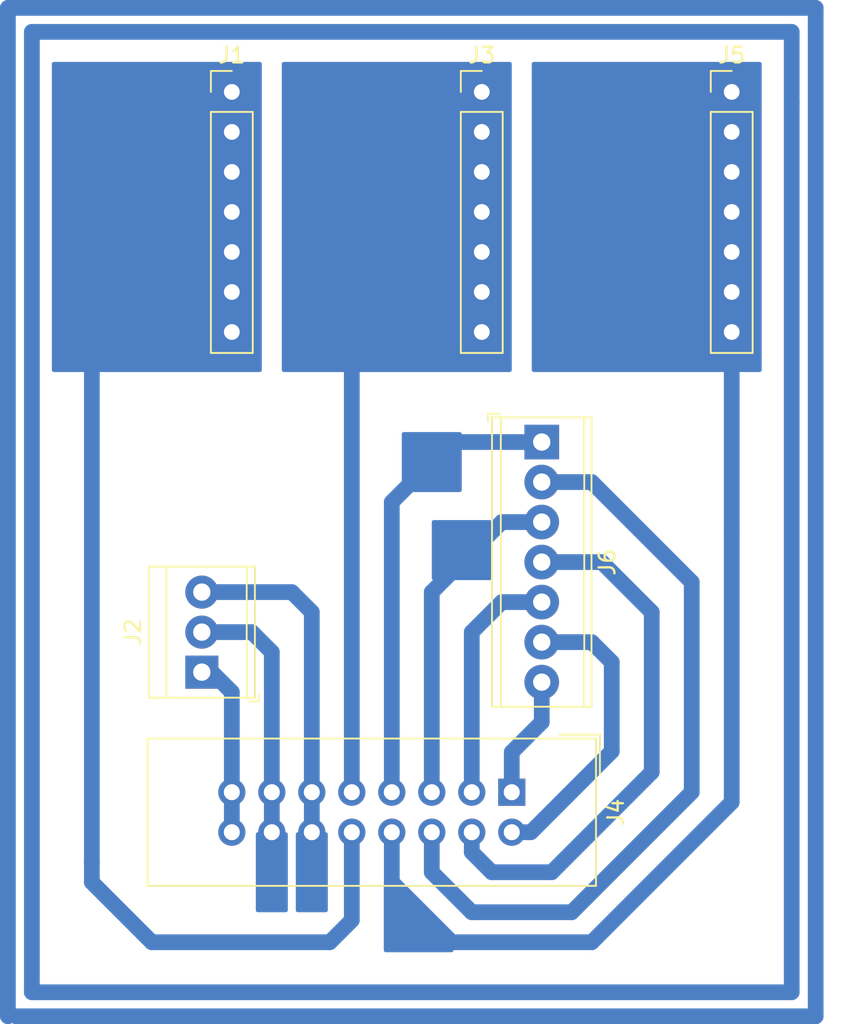
<source format=kicad_pcb>
(kicad_pcb (version 20171130) (host pcbnew 5.0.2+dfsg1-1)

  (general
    (thickness 1.6)
    (drawings 0)
    (tracks 68)
    (zones 0)
    (modules 6)
    (nets 14)
  )

  (page A4)
  (layers
    (0 F.Cu signal)
    (31 B.Cu signal)
    (32 B.Adhes user)
    (33 F.Adhes user)
    (34 B.Paste user)
    (35 F.Paste user)
    (36 B.SilkS user)
    (37 F.SilkS user)
    (38 B.Mask user)
    (39 F.Mask user)
    (40 Dwgs.User user)
    (41 Cmts.User user)
    (42 Eco1.User user)
    (43 Eco2.User user)
    (44 Edge.Cuts user)
    (45 Margin user)
    (46 B.CrtYd user)
    (47 F.CrtYd user)
    (48 B.Fab user)
    (49 F.Fab user)
  )

  (setup
    (last_trace_width 1)
    (trace_clearance 0.3)
    (zone_clearance 0.508)
    (zone_45_only no)
    (trace_min 0.2)
    (segment_width 0.2)
    (edge_width 0.15)
    (via_size 0.8)
    (via_drill 0.4)
    (via_min_size 0.4)
    (via_min_drill 0.3)
    (uvia_size 0.3)
    (uvia_drill 0.1)
    (uvias_allowed no)
    (uvia_min_size 0.2)
    (uvia_min_drill 0.1)
    (pcb_text_width 0.3)
    (pcb_text_size 1.5 1.5)
    (mod_edge_width 0.15)
    (mod_text_size 1 1)
    (mod_text_width 0.15)
    (pad_size 1.524 1.524)
    (pad_drill 0.762)
    (pad_to_mask_clearance 0.051)
    (solder_mask_min_width 0.25)
    (aux_axis_origin 0 0)
    (visible_elements FFFFFF7F)
    (pcbplotparams
      (layerselection 0x010fc_ffffffff)
      (usegerberextensions false)
      (usegerberattributes false)
      (usegerberadvancedattributes false)
      (creategerberjobfile false)
      (excludeedgelayer true)
      (linewidth 0.100000)
      (plotframeref false)
      (viasonmask false)
      (mode 1)
      (useauxorigin false)
      (hpglpennumber 1)
      (hpglpenspeed 20)
      (hpglpendiameter 15.000000)
      (psnegative false)
      (psa4output false)
      (plotreference true)
      (plotvalue true)
      (plotinvisibletext false)
      (padsonsilk false)
      (subtractmaskfromsilk false)
      (outputformat 1)
      (mirror false)
      (drillshape 1)
      (scaleselection 1)
      (outputdirectory ""))
  )

  (net 0 "")
  (net 1 "Net-(J1-Pad1)")
  (net 2 "Net-(J2-Pad1)")
  (net 3 "Net-(J2-Pad2)")
  (net 4 "Net-(J2-Pad3)")
  (net 5 "Net-(J3-Pad1)")
  (net 6 "Net-(J4-Pad1)")
  (net 7 "Net-(J4-Pad2)")
  (net 8 "Net-(J4-Pad3)")
  (net 9 "Net-(J4-Pad4)")
  (net 10 "Net-(J4-Pad5)")
  (net 11 "Net-(J4-Pad6)")
  (net 12 "Net-(J4-Pad7)")
  (net 13 "Net-(J4-Pad8)")

  (net_class Default "This is the default net class."
    (clearance 0.3)
    (trace_width 1)
    (via_dia 0.8)
    (via_drill 0.4)
    (uvia_dia 0.3)
    (uvia_drill 0.1)
    (add_net "Net-(J1-Pad1)")
    (add_net "Net-(J2-Pad1)")
    (add_net "Net-(J2-Pad2)")
    (add_net "Net-(J2-Pad3)")
    (add_net "Net-(J3-Pad1)")
    (add_net "Net-(J4-Pad1)")
    (add_net "Net-(J4-Pad2)")
    (add_net "Net-(J4-Pad3)")
    (add_net "Net-(J4-Pad4)")
    (add_net "Net-(J4-Pad5)")
    (add_net "Net-(J4-Pad6)")
    (add_net "Net-(J4-Pad7)")
    (add_net "Net-(J4-Pad8)")
  )

  (module Connector_PinHeader_2.54mm:PinHeader_1x07_P2.54mm_Vertical (layer F.Cu) (tedit 59FED5CC) (tstamp 5E712BD8)
    (at 78.74 39.37)
    (descr "Through hole straight pin header, 1x07, 2.54mm pitch, single row")
    (tags "Through hole pin header THT 1x07 2.54mm single row")
    (path /5E649F65)
    (fp_text reference J1 (at 0 -2.33) (layer F.SilkS)
      (effects (font (size 1 1) (thickness 0.15)))
    )
    (fp_text value Conn_01x07_Female (at 0 17.57) (layer F.Fab)
      (effects (font (size 1 1) (thickness 0.15)))
    )
    (fp_line (start -0.635 -1.27) (end 1.27 -1.27) (layer F.Fab) (width 0.1))
    (fp_line (start 1.27 -1.27) (end 1.27 16.51) (layer F.Fab) (width 0.1))
    (fp_line (start 1.27 16.51) (end -1.27 16.51) (layer F.Fab) (width 0.1))
    (fp_line (start -1.27 16.51) (end -1.27 -0.635) (layer F.Fab) (width 0.1))
    (fp_line (start -1.27 -0.635) (end -0.635 -1.27) (layer F.Fab) (width 0.1))
    (fp_line (start -1.33 16.57) (end 1.33 16.57) (layer F.SilkS) (width 0.12))
    (fp_line (start -1.33 1.27) (end -1.33 16.57) (layer F.SilkS) (width 0.12))
    (fp_line (start 1.33 1.27) (end 1.33 16.57) (layer F.SilkS) (width 0.12))
    (fp_line (start -1.33 1.27) (end 1.33 1.27) (layer F.SilkS) (width 0.12))
    (fp_line (start -1.33 0) (end -1.33 -1.33) (layer F.SilkS) (width 0.12))
    (fp_line (start -1.33 -1.33) (end 0 -1.33) (layer F.SilkS) (width 0.12))
    (fp_line (start -1.8 -1.8) (end -1.8 17.05) (layer F.CrtYd) (width 0.05))
    (fp_line (start -1.8 17.05) (end 1.8 17.05) (layer F.CrtYd) (width 0.05))
    (fp_line (start 1.8 17.05) (end 1.8 -1.8) (layer F.CrtYd) (width 0.05))
    (fp_line (start 1.8 -1.8) (end -1.8 -1.8) (layer F.CrtYd) (width 0.05))
    (fp_text user %R (at 0 7.62 -270) (layer F.Fab)
      (effects (font (size 1 1) (thickness 0.15)))
    )
    (pad 1 thru_hole rect (at 0 0) (size 1.7 1.7) (drill 1) (layers *.Cu *.Mask)
      (net 1 "Net-(J1-Pad1)"))
    (pad 2 thru_hole oval (at 0 2.54) (size 1.7 1.7) (drill 1) (layers *.Cu *.Mask)
      (net 1 "Net-(J1-Pad1)"))
    (pad 3 thru_hole oval (at 0 5.08) (size 1.7 1.7) (drill 1) (layers *.Cu *.Mask)
      (net 1 "Net-(J1-Pad1)"))
    (pad 4 thru_hole oval (at 0 7.62) (size 1.7 1.7) (drill 1) (layers *.Cu *.Mask)
      (net 1 "Net-(J1-Pad1)"))
    (pad 5 thru_hole oval (at 0 10.16) (size 1.7 1.7) (drill 1) (layers *.Cu *.Mask)
      (net 1 "Net-(J1-Pad1)"))
    (pad 6 thru_hole oval (at 0 12.7) (size 1.7 1.7) (drill 1) (layers *.Cu *.Mask)
      (net 1 "Net-(J1-Pad1)"))
    (pad 7 thru_hole oval (at 0 15.24) (size 1.7 1.7) (drill 1) (layers *.Cu *.Mask)
      (net 1 "Net-(J1-Pad1)"))
    (model ${KISYS3DMOD}/Connector_PinHeader_2.54mm.3dshapes/PinHeader_1x07_P2.54mm_Vertical.wrl
      (at (xyz 0 0 0))
      (scale (xyz 1 1 1))
      (rotate (xyz 0 0 0))
    )
  )

  (module Connector_PinHeader_2.54mm:PinHeader_1x07_P2.54mm_Vertical (layer F.Cu) (tedit 59FED5CC) (tstamp 5E656AB0)
    (at 94.615 39.37)
    (descr "Through hole straight pin header, 1x07, 2.54mm pitch, single row")
    (tags "Through hole pin header THT 1x07 2.54mm single row")
    (path /5E64A089)
    (fp_text reference J3 (at 0 -2.33) (layer F.SilkS)
      (effects (font (size 1 1) (thickness 0.15)))
    )
    (fp_text value Conn_01x07_Female (at 0 17.57) (layer F.Fab)
      (effects (font (size 1 1) (thickness 0.15)))
    )
    (fp_text user %R (at 0 7.62 -270) (layer F.Fab)
      (effects (font (size 1 1) (thickness 0.15)))
    )
    (fp_line (start 1.8 -1.8) (end -1.8 -1.8) (layer F.CrtYd) (width 0.05))
    (fp_line (start 1.8 17.05) (end 1.8 -1.8) (layer F.CrtYd) (width 0.05))
    (fp_line (start -1.8 17.05) (end 1.8 17.05) (layer F.CrtYd) (width 0.05))
    (fp_line (start -1.8 -1.8) (end -1.8 17.05) (layer F.CrtYd) (width 0.05))
    (fp_line (start -1.33 -1.33) (end 0 -1.33) (layer F.SilkS) (width 0.12))
    (fp_line (start -1.33 0) (end -1.33 -1.33) (layer F.SilkS) (width 0.12))
    (fp_line (start -1.33 1.27) (end 1.33 1.27) (layer F.SilkS) (width 0.12))
    (fp_line (start 1.33 1.27) (end 1.33 16.57) (layer F.SilkS) (width 0.12))
    (fp_line (start -1.33 1.27) (end -1.33 16.57) (layer F.SilkS) (width 0.12))
    (fp_line (start -1.33 16.57) (end 1.33 16.57) (layer F.SilkS) (width 0.12))
    (fp_line (start -1.27 -0.635) (end -0.635 -1.27) (layer F.Fab) (width 0.1))
    (fp_line (start -1.27 16.51) (end -1.27 -0.635) (layer F.Fab) (width 0.1))
    (fp_line (start 1.27 16.51) (end -1.27 16.51) (layer F.Fab) (width 0.1))
    (fp_line (start 1.27 -1.27) (end 1.27 16.51) (layer F.Fab) (width 0.1))
    (fp_line (start -0.635 -1.27) (end 1.27 -1.27) (layer F.Fab) (width 0.1))
    (pad 7 thru_hole oval (at 0 15.24) (size 1.7 1.7) (drill 1) (layers *.Cu *.Mask)
      (net 5 "Net-(J3-Pad1)"))
    (pad 6 thru_hole oval (at 0 12.7) (size 1.7 1.7) (drill 1) (layers *.Cu *.Mask)
      (net 5 "Net-(J3-Pad1)"))
    (pad 5 thru_hole oval (at 0 10.16) (size 1.7 1.7) (drill 1) (layers *.Cu *.Mask)
      (net 5 "Net-(J3-Pad1)"))
    (pad 4 thru_hole oval (at 0 7.62) (size 1.7 1.7) (drill 1) (layers *.Cu *.Mask)
      (net 5 "Net-(J3-Pad1)"))
    (pad 3 thru_hole oval (at 0 5.08) (size 1.7 1.7) (drill 1) (layers *.Cu *.Mask)
      (net 5 "Net-(J3-Pad1)"))
    (pad 2 thru_hole oval (at 0 2.54) (size 1.7 1.7) (drill 1) (layers *.Cu *.Mask)
      (net 5 "Net-(J3-Pad1)"))
    (pad 1 thru_hole rect (at 0 0) (size 1.7 1.7) (drill 1) (layers *.Cu *.Mask)
      (net 5 "Net-(J3-Pad1)"))
    (model ${KISYS3DMOD}/Connector_PinHeader_2.54mm.3dshapes/PinHeader_1x07_P2.54mm_Vertical.wrl
      (at (xyz 0 0 0))
      (scale (xyz 1 1 1))
      (rotate (xyz 0 0 0))
    )
  )

  (module Connector_IDC:IDC-Header_2x08_P2.54mm_Vertical (layer F.Cu) (tedit 59DE0341) (tstamp 5E712C4E)
    (at 96.52 83.82 270)
    (descr "Through hole straight IDC box header, 2x08, 2.54mm pitch, double rows")
    (tags "Through hole IDC box header THT 2x08 2.54mm double row")
    (path /5E649A99)
    (fp_text reference J4 (at 1.27 -6.604 270) (layer F.SilkS)
      (effects (font (size 1 1) (thickness 0.15)))
    )
    (fp_text value Conn_02x08_Odd_Even (at 1.27 24.384 270) (layer F.Fab)
      (effects (font (size 1 1) (thickness 0.15)))
    )
    (fp_text user %R (at 1.27 8.89 270) (layer F.Fab)
      (effects (font (size 1 1) (thickness 0.15)))
    )
    (fp_line (start 5.695 -5.1) (end 5.695 22.88) (layer F.Fab) (width 0.1))
    (fp_line (start 5.145 -4.56) (end 5.145 22.32) (layer F.Fab) (width 0.1))
    (fp_line (start -3.155 -5.1) (end -3.155 22.88) (layer F.Fab) (width 0.1))
    (fp_line (start -2.605 -4.56) (end -2.605 6.64) (layer F.Fab) (width 0.1))
    (fp_line (start -2.605 11.14) (end -2.605 22.32) (layer F.Fab) (width 0.1))
    (fp_line (start -2.605 6.64) (end -3.155 6.64) (layer F.Fab) (width 0.1))
    (fp_line (start -2.605 11.14) (end -3.155 11.14) (layer F.Fab) (width 0.1))
    (fp_line (start 5.695 -5.1) (end -3.155 -5.1) (layer F.Fab) (width 0.1))
    (fp_line (start 5.145 -4.56) (end -2.605 -4.56) (layer F.Fab) (width 0.1))
    (fp_line (start 5.695 22.88) (end -3.155 22.88) (layer F.Fab) (width 0.1))
    (fp_line (start 5.145 22.32) (end -2.605 22.32) (layer F.Fab) (width 0.1))
    (fp_line (start 5.695 -5.1) (end 5.145 -4.56) (layer F.Fab) (width 0.1))
    (fp_line (start 5.695 22.88) (end 5.145 22.32) (layer F.Fab) (width 0.1))
    (fp_line (start -3.155 -5.1) (end -2.605 -4.56) (layer F.Fab) (width 0.1))
    (fp_line (start -3.155 22.88) (end -2.605 22.32) (layer F.Fab) (width 0.1))
    (fp_line (start 5.95 -5.35) (end 5.95 23.13) (layer F.CrtYd) (width 0.05))
    (fp_line (start 5.95 23.13) (end -3.41 23.13) (layer F.CrtYd) (width 0.05))
    (fp_line (start -3.41 23.13) (end -3.41 -5.35) (layer F.CrtYd) (width 0.05))
    (fp_line (start -3.41 -5.35) (end 5.95 -5.35) (layer F.CrtYd) (width 0.05))
    (fp_line (start 5.945 -5.35) (end 5.945 23.13) (layer F.SilkS) (width 0.12))
    (fp_line (start 5.945 23.13) (end -3.405 23.13) (layer F.SilkS) (width 0.12))
    (fp_line (start -3.405 23.13) (end -3.405 -5.35) (layer F.SilkS) (width 0.12))
    (fp_line (start -3.405 -5.35) (end 5.945 -5.35) (layer F.SilkS) (width 0.12))
    (fp_line (start -3.655 -5.6) (end -3.655 -3.06) (layer F.SilkS) (width 0.12))
    (fp_line (start -3.655 -5.6) (end -1.115 -5.6) (layer F.SilkS) (width 0.12))
    (pad 1 thru_hole rect (at 0 0 270) (size 1.7272 1.7272) (drill 1.016) (layers *.Cu *.Mask)
      (net 6 "Net-(J4-Pad1)"))
    (pad 2 thru_hole oval (at 2.54 0 270) (size 1.7272 1.7272) (drill 1.016) (layers *.Cu *.Mask)
      (net 7 "Net-(J4-Pad2)"))
    (pad 3 thru_hole oval (at 0 2.54 270) (size 1.7272 1.7272) (drill 1.016) (layers *.Cu *.Mask)
      (net 8 "Net-(J4-Pad3)"))
    (pad 4 thru_hole oval (at 2.54 2.54 270) (size 1.7272 1.7272) (drill 1.016) (layers *.Cu *.Mask)
      (net 9 "Net-(J4-Pad4)"))
    (pad 5 thru_hole oval (at 0 5.08 270) (size 1.7272 1.7272) (drill 1.016) (layers *.Cu *.Mask)
      (net 10 "Net-(J4-Pad5)"))
    (pad 6 thru_hole oval (at 2.54 5.08 270) (size 1.7272 1.7272) (drill 1.016) (layers *.Cu *.Mask)
      (net 11 "Net-(J4-Pad6)"))
    (pad 7 thru_hole oval (at 0 7.62 270) (size 1.7272 1.7272) (drill 1.016) (layers *.Cu *.Mask)
      (net 12 "Net-(J4-Pad7)"))
    (pad 8 thru_hole oval (at 2.54 7.62 270) (size 1.7272 1.7272) (drill 1.016) (layers *.Cu *.Mask)
      (net 13 "Net-(J4-Pad8)"))
    (pad 9 thru_hole oval (at 0 10.16 270) (size 1.7272 1.7272) (drill 1.016) (layers *.Cu *.Mask)
      (net 5 "Net-(J3-Pad1)"))
    (pad 10 thru_hole oval (at 2.54 10.16 270) (size 1.7272 1.7272) (drill 1.016) (layers *.Cu *.Mask)
      (net 1 "Net-(J1-Pad1)"))
    (pad 11 thru_hole oval (at 0 12.7 270) (size 1.7272 1.7272) (drill 1.016) (layers *.Cu *.Mask)
      (net 4 "Net-(J2-Pad3)"))
    (pad 12 thru_hole oval (at 2.54 12.7 270) (size 1.7272 1.7272) (drill 1.016) (layers *.Cu *.Mask)
      (net 4 "Net-(J2-Pad3)"))
    (pad 13 thru_hole oval (at 0 15.24 270) (size 1.7272 1.7272) (drill 1.016) (layers *.Cu *.Mask)
      (net 3 "Net-(J2-Pad2)"))
    (pad 14 thru_hole oval (at 2.54 15.24 270) (size 1.7272 1.7272) (drill 1.016) (layers *.Cu *.Mask)
      (net 3 "Net-(J2-Pad2)"))
    (pad 15 thru_hole oval (at 0 17.78 270) (size 1.7272 1.7272) (drill 1.016) (layers *.Cu *.Mask)
      (net 2 "Net-(J2-Pad1)"))
    (pad 16 thru_hole oval (at 2.54 17.78 270) (size 1.7272 1.7272) (drill 1.016) (layers *.Cu *.Mask)
      (net 2 "Net-(J2-Pad1)"))
    (model ${KISYS3DMOD}/Connector_IDC.3dshapes/IDC-Header_2x08_P2.54mm_Vertical.wrl
      (at (xyz 0 0 0))
      (scale (xyz 1 1 1))
      (rotate (xyz 0 0 0))
    )
  )

  (module TerminalBlock_Phoenix:TerminalBlock_Phoenix_MPT-0,5-7-2.54_1x07_P2.54mm_Horizontal (layer F.Cu) (tedit 5B294F9A) (tstamp 5E656880)
    (at 98.425 61.595 270)
    (descr "Terminal Block Phoenix MPT-0,5-7-2.54, 7 pins, pitch 2.54mm, size 18.2x6.2mm^2, drill diamater 1.1mm, pad diameter 2.2mm, see http://www.mouser.com/ds/2/324/ItemDetail_1725672-916605.pdf, script-generated using https://github.com/pointhi/kicad-footprint-generator/scripts/TerminalBlock_Phoenix")
    (tags "THT Terminal Block Phoenix MPT-0,5-7-2.54 pitch 2.54mm size 18.2x6.2mm^2 drill 1.1mm pad 2.2mm")
    (path /5E658BD5)
    (fp_text reference J6 (at 7.62 -4.16 270) (layer F.SilkS)
      (effects (font (size 1 1) (thickness 0.15)))
    )
    (fp_text value Screw_Terminal_01x07 (at 7.62 4.16 270) (layer F.Fab)
      (effects (font (size 1 1) (thickness 0.15)))
    )
    (fp_circle (center 0 0) (end 1.1 0) (layer F.Fab) (width 0.1))
    (fp_circle (center 2.54 0) (end 3.64 0) (layer F.Fab) (width 0.1))
    (fp_circle (center 5.08 0) (end 6.18 0) (layer F.Fab) (width 0.1))
    (fp_circle (center 7.62 0) (end 8.72 0) (layer F.Fab) (width 0.1))
    (fp_circle (center 10.16 0) (end 11.26 0) (layer F.Fab) (width 0.1))
    (fp_circle (center 12.7 0) (end 13.8 0) (layer F.Fab) (width 0.1))
    (fp_circle (center 15.24 0) (end 16.34 0) (layer F.Fab) (width 0.1))
    (fp_line (start -1.5 -3.1) (end 16.74 -3.1) (layer F.Fab) (width 0.1))
    (fp_line (start 16.74 -3.1) (end 16.74 3.1) (layer F.Fab) (width 0.1))
    (fp_line (start 16.74 3.1) (end -1 3.1) (layer F.Fab) (width 0.1))
    (fp_line (start -1 3.1) (end -1.5 2.6) (layer F.Fab) (width 0.1))
    (fp_line (start -1.5 2.6) (end -1.5 -3.1) (layer F.Fab) (width 0.1))
    (fp_line (start -1.5 2.6) (end 16.74 2.6) (layer F.Fab) (width 0.1))
    (fp_line (start -1.56 2.6) (end 16.801 2.6) (layer F.SilkS) (width 0.12))
    (fp_line (start -1.5 -2.7) (end 16.74 -2.7) (layer F.Fab) (width 0.1))
    (fp_line (start -1.56 -2.7) (end 16.801 -2.7) (layer F.SilkS) (width 0.12))
    (fp_line (start -1.56 -3.16) (end 16.801 -3.16) (layer F.SilkS) (width 0.12))
    (fp_line (start -1.56 3.16) (end 16.801 3.16) (layer F.SilkS) (width 0.12))
    (fp_line (start -1.56 -3.16) (end -1.56 3.16) (layer F.SilkS) (width 0.12))
    (fp_line (start 16.801 -3.16) (end 16.801 3.16) (layer F.SilkS) (width 0.12))
    (fp_line (start 0.835 -0.7) (end -0.701 0.835) (layer F.Fab) (width 0.1))
    (fp_line (start 0.701 -0.835) (end -0.835 0.7) (layer F.Fab) (width 0.1))
    (fp_line (start 3.375 -0.7) (end 1.84 0.835) (layer F.Fab) (width 0.1))
    (fp_line (start 3.241 -0.835) (end 1.706 0.7) (layer F.Fab) (width 0.1))
    (fp_line (start 5.915 -0.7) (end 4.38 0.835) (layer F.Fab) (width 0.1))
    (fp_line (start 5.781 -0.835) (end 4.246 0.7) (layer F.Fab) (width 0.1))
    (fp_line (start 8.455 -0.7) (end 6.92 0.835) (layer F.Fab) (width 0.1))
    (fp_line (start 8.321 -0.835) (end 6.786 0.7) (layer F.Fab) (width 0.1))
    (fp_line (start 10.995 -0.7) (end 9.46 0.835) (layer F.Fab) (width 0.1))
    (fp_line (start 10.861 -0.835) (end 9.326 0.7) (layer F.Fab) (width 0.1))
    (fp_line (start 13.535 -0.7) (end 12 0.835) (layer F.Fab) (width 0.1))
    (fp_line (start 13.401 -0.835) (end 11.866 0.7) (layer F.Fab) (width 0.1))
    (fp_line (start 16.075 -0.7) (end 14.54 0.835) (layer F.Fab) (width 0.1))
    (fp_line (start 15.941 -0.835) (end 14.406 0.7) (layer F.Fab) (width 0.1))
    (fp_line (start -1.8 2.66) (end -1.8 3.4) (layer F.SilkS) (width 0.12))
    (fp_line (start -1.8 3.4) (end -1.3 3.4) (layer F.SilkS) (width 0.12))
    (fp_line (start -2 -3.6) (end -2 3.6) (layer F.CrtYd) (width 0.05))
    (fp_line (start -2 3.6) (end 17.25 3.6) (layer F.CrtYd) (width 0.05))
    (fp_line (start 17.25 3.6) (end 17.25 -3.6) (layer F.CrtYd) (width 0.05))
    (fp_line (start 17.25 -3.6) (end -2 -3.6) (layer F.CrtYd) (width 0.05))
    (fp_text user %R (at 7.62 2 270) (layer F.Fab)
      (effects (font (size 1 1) (thickness 0.15)))
    )
    (pad 1 thru_hole rect (at 0 0 270) (size 2.2 2.2) (drill 1.1) (layers *.Cu *.Mask)
      (net 12 "Net-(J4-Pad7)"))
    (pad 2 thru_hole circle (at 2.54 0 270) (size 2.2 2.2) (drill 1.1) (layers *.Cu *.Mask)
      (net 11 "Net-(J4-Pad6)"))
    (pad 3 thru_hole circle (at 5.08 0 270) (size 2.2 2.2) (drill 1.1) (layers *.Cu *.Mask)
      (net 10 "Net-(J4-Pad5)"))
    (pad 4 thru_hole circle (at 7.62 0 270) (size 2.2 2.2) (drill 1.1) (layers *.Cu *.Mask)
      (net 9 "Net-(J4-Pad4)"))
    (pad 5 thru_hole circle (at 10.16 0 270) (size 2.2 2.2) (drill 1.1) (layers *.Cu *.Mask)
      (net 8 "Net-(J4-Pad3)"))
    (pad 6 thru_hole circle (at 12.7 0 270) (size 2.2 2.2) (drill 1.1) (layers *.Cu *.Mask)
      (net 7 "Net-(J4-Pad2)"))
    (pad 7 thru_hole circle (at 15.24 0 270) (size 2.2 2.2) (drill 1.1) (layers *.Cu *.Mask)
      (net 6 "Net-(J4-Pad1)"))
    (model ${KISYS3DMOD}/TerminalBlock_Phoenix.3dshapes/TerminalBlock_Phoenix_MPT-0,5-7-2.54_1x07_P2.54mm_Horizontal.wrl
      (at (xyz 0 0 0))
      (scale (xyz 1 1 1))
      (rotate (xyz 0 0 0))
    )
  )

  (module Connector_PinHeader_2.54mm:PinHeader_1x07_P2.54mm_Vertical (layer F.Cu) (tedit 59FED5CC) (tstamp 5E65426C)
    (at 110.49 39.37)
    (descr "Through hole straight pin header, 1x07, 2.54mm pitch, single row")
    (tags "Through hole pin header THT 1x07 2.54mm single row")
    (path /5E64A115)
    (fp_text reference J5 (at 0 -2.33) (layer F.SilkS)
      (effects (font (size 1 1) (thickness 0.15)))
    )
    (fp_text value Conn_01x07_Female (at 0 17.57) (layer F.Fab)
      (effects (font (size 1 1) (thickness 0.15)))
    )
    (fp_line (start -0.635 -1.27) (end 1.27 -1.27) (layer F.Fab) (width 0.1))
    (fp_line (start 1.27 -1.27) (end 1.27 16.51) (layer F.Fab) (width 0.1))
    (fp_line (start 1.27 16.51) (end -1.27 16.51) (layer F.Fab) (width 0.1))
    (fp_line (start -1.27 16.51) (end -1.27 -0.635) (layer F.Fab) (width 0.1))
    (fp_line (start -1.27 -0.635) (end -0.635 -1.27) (layer F.Fab) (width 0.1))
    (fp_line (start -1.33 16.57) (end 1.33 16.57) (layer F.SilkS) (width 0.12))
    (fp_line (start -1.33 1.27) (end -1.33 16.57) (layer F.SilkS) (width 0.12))
    (fp_line (start 1.33 1.27) (end 1.33 16.57) (layer F.SilkS) (width 0.12))
    (fp_line (start -1.33 1.27) (end 1.33 1.27) (layer F.SilkS) (width 0.12))
    (fp_line (start -1.33 0) (end -1.33 -1.33) (layer F.SilkS) (width 0.12))
    (fp_line (start -1.33 -1.33) (end 0 -1.33) (layer F.SilkS) (width 0.12))
    (fp_line (start -1.8 -1.8) (end -1.8 17.05) (layer F.CrtYd) (width 0.05))
    (fp_line (start -1.8 17.05) (end 1.8 17.05) (layer F.CrtYd) (width 0.05))
    (fp_line (start 1.8 17.05) (end 1.8 -1.8) (layer F.CrtYd) (width 0.05))
    (fp_line (start 1.8 -1.8) (end -1.8 -1.8) (layer F.CrtYd) (width 0.05))
    (fp_text user %R (at 0 7.62 -270) (layer F.Fab)
      (effects (font (size 1 1) (thickness 0.15)))
    )
    (pad 1 thru_hole rect (at 0 0) (size 1.7 1.7) (drill 1) (layers *.Cu *.Mask)
      (net 13 "Net-(J4-Pad8)"))
    (pad 2 thru_hole oval (at 0 2.54) (size 1.7 1.7) (drill 1) (layers *.Cu *.Mask)
      (net 13 "Net-(J4-Pad8)"))
    (pad 3 thru_hole oval (at 0 5.08) (size 1.7 1.7) (drill 1) (layers *.Cu *.Mask)
      (net 13 "Net-(J4-Pad8)"))
    (pad 4 thru_hole oval (at 0 7.62) (size 1.7 1.7) (drill 1) (layers *.Cu *.Mask)
      (net 13 "Net-(J4-Pad8)"))
    (pad 5 thru_hole oval (at 0 10.16) (size 1.7 1.7) (drill 1) (layers *.Cu *.Mask)
      (net 13 "Net-(J4-Pad8)"))
    (pad 6 thru_hole oval (at 0 12.7) (size 1.7 1.7) (drill 1) (layers *.Cu *.Mask)
      (net 13 "Net-(J4-Pad8)"))
    (pad 7 thru_hole oval (at 0 15.24) (size 1.7 1.7) (drill 1) (layers *.Cu *.Mask)
      (net 13 "Net-(J4-Pad8)"))
    (model ${KISYS3DMOD}/Connector_PinHeader_2.54mm.3dshapes/PinHeader_1x07_P2.54mm_Vertical.wrl
      (at (xyz 0 0 0))
      (scale (xyz 1 1 1))
      (rotate (xyz 0 0 0))
    )
  )

  (module TerminalBlock_TE-Connectivity:TerminalBlock_TE_282834-3_1x03_P2.54mm_Horizontal (layer F.Cu) (tedit 5B1EC513) (tstamp 5E7135F7)
    (at 76.835 76.2 90)
    (descr "Terminal Block TE 282834-3, 3 pins, pitch 2.54mm, size 8.08x6.5mm^2, drill diamater 1.1mm, pad diameter 2.1mm, see http://www.te.com/commerce/DocumentDelivery/DDEController?Action=showdoc&DocId=Customer+Drawing%7F282834%7FC1%7Fpdf%7FEnglish%7FENG_CD_282834_C1.pdf, script-generated using https://github.com/pointhi/kicad-footprint-generator/scripts/TerminalBlock_TE-Connectivity")
    (tags "THT Terminal Block TE 282834-3 pitch 2.54mm size 8.08x6.5mm^2 drill 1.1mm pad 2.1mm")
    (path /5E649B8C)
    (fp_text reference J2 (at 2.54 -4.37 90) (layer F.SilkS)
      (effects (font (size 1 1) (thickness 0.15)))
    )
    (fp_text value Screw_Terminal_01x03 (at 2.54 4.37 90) (layer F.Fab)
      (effects (font (size 1 1) (thickness 0.15)))
    )
    (fp_circle (center 0 0) (end 1.1 0) (layer F.Fab) (width 0.1))
    (fp_circle (center 2.54 0) (end 3.64 0) (layer F.Fab) (width 0.1))
    (fp_circle (center 5.08 0) (end 6.18 0) (layer F.Fab) (width 0.1))
    (fp_line (start -1.5 -3.25) (end 6.58 -3.25) (layer F.Fab) (width 0.1))
    (fp_line (start 6.58 -3.25) (end 6.58 3.25) (layer F.Fab) (width 0.1))
    (fp_line (start 6.58 3.25) (end -1.1 3.25) (layer F.Fab) (width 0.1))
    (fp_line (start -1.1 3.25) (end -1.5 2.85) (layer F.Fab) (width 0.1))
    (fp_line (start -1.5 2.85) (end -1.5 -3.25) (layer F.Fab) (width 0.1))
    (fp_line (start -1.5 2.85) (end 6.58 2.85) (layer F.Fab) (width 0.1))
    (fp_line (start -1.62 2.85) (end 6.7 2.85) (layer F.SilkS) (width 0.12))
    (fp_line (start -1.5 -2.25) (end 6.58 -2.25) (layer F.Fab) (width 0.1))
    (fp_line (start -1.62 -2.25) (end 6.7 -2.25) (layer F.SilkS) (width 0.12))
    (fp_line (start -1.62 -3.37) (end 6.7 -3.37) (layer F.SilkS) (width 0.12))
    (fp_line (start -1.62 3.37) (end 6.7 3.37) (layer F.SilkS) (width 0.12))
    (fp_line (start -1.62 -3.37) (end -1.62 3.37) (layer F.SilkS) (width 0.12))
    (fp_line (start 6.7 -3.37) (end 6.7 3.37) (layer F.SilkS) (width 0.12))
    (fp_line (start 0.835 -0.7) (end -0.701 0.835) (layer F.Fab) (width 0.1))
    (fp_line (start 0.701 -0.835) (end -0.835 0.7) (layer F.Fab) (width 0.1))
    (fp_line (start 3.375 -0.7) (end 1.84 0.835) (layer F.Fab) (width 0.1))
    (fp_line (start 3.241 -0.835) (end 1.706 0.7) (layer F.Fab) (width 0.1))
    (fp_line (start 5.915 -0.7) (end 4.38 0.835) (layer F.Fab) (width 0.1))
    (fp_line (start 5.781 -0.835) (end 4.246 0.7) (layer F.Fab) (width 0.1))
    (fp_line (start -1.86 2.97) (end -1.86 3.61) (layer F.SilkS) (width 0.12))
    (fp_line (start -1.86 3.61) (end -1.46 3.61) (layer F.SilkS) (width 0.12))
    (fp_line (start -2 -3.75) (end -2 3.75) (layer F.CrtYd) (width 0.05))
    (fp_line (start -2 3.75) (end 7.08 3.75) (layer F.CrtYd) (width 0.05))
    (fp_line (start 7.08 3.75) (end 7.08 -3.75) (layer F.CrtYd) (width 0.05))
    (fp_line (start 7.08 -3.75) (end -2 -3.75) (layer F.CrtYd) (width 0.05))
    (fp_text user %R (at 2.54 2 90) (layer F.Fab)
      (effects (font (size 1 1) (thickness 0.15)))
    )
    (pad 1 thru_hole rect (at 0 0 90) (size 2.1 2.1) (drill 1.1) (layers *.Cu *.Mask)
      (net 2 "Net-(J2-Pad1)"))
    (pad 2 thru_hole circle (at 2.54 0 90) (size 2.1 2.1) (drill 1.1) (layers *.Cu *.Mask)
      (net 3 "Net-(J2-Pad2)"))
    (pad 3 thru_hole circle (at 5.08 0 90) (size 2.1 2.1) (drill 1.1) (layers *.Cu *.Mask)
      (net 4 "Net-(J2-Pad3)"))
    (model ${KISYS3DMOD}/TerminalBlock_TE-Connectivity.3dshapes/TerminalBlock_TE_282834-3_1x03_P2.54mm_Horizontal.wrl
      (at (xyz 0 0 0))
      (scale (xyz 1 1 1))
      (rotate (xyz 0 0 0))
    )
  )

  (segment (start 66.04 96.52) (end 114.3 96.52) (width 1) (layer B.Cu) (net 0))
  (segment (start 114.3 96.52) (end 114.3 40.039998) (width 1) (layer B.Cu) (net 0))
  (segment (start 66.04 96.52) (end 66.04 35.56) (width 1) (layer B.Cu) (net 0))
  (segment (start 66.04 35.56) (end 114.3 35.56) (width 1) (layer B.Cu) (net 0))
  (segment (start 114.3 40.039998) (end 114.3 35.56) (width 1) (layer B.Cu) (net 0))
  (segment (start 115.824 34.036) (end 115.824 98.044) (width 1) (layer B.Cu) (net 0))
  (segment (start 64.516 34.036) (end 115.824 34.036) (width 1) (layer B.Cu) (net 0))
  (segment (start 115.824 98.044) (end 65.024 98.044) (width 1) (layer B.Cu) (net 0))
  (segment (start 64.516 34.036) (end 64.516 98.044) (width 1) (layer B.Cu) (net 0))
  (segment (start 86.36 91.948) (end 84.963 93.345) (width 1) (layer B.Cu) (net 1))
  (segment (start 69.85 89.535) (end 69.85 88.265) (width 1) (layer B.Cu) (net 1))
  (segment (start 69.85 88.265) (end 69.85 56.515) (width 1) (layer B.Cu) (net 1))
  (segment (start 73.66 93.345) (end 69.85 89.535) (width 1) (layer B.Cu) (net 1))
  (segment (start 86.36 86.36) (end 86.36 91.948) (width 1) (layer B.Cu) (net 1))
  (segment (start 84.963 93.345) (end 73.66 93.345) (width 1) (layer B.Cu) (net 1))
  (segment (start 78.74 86.36) (end 78.74 77.47) (width 1) (layer B.Cu) (net 2))
  (segment (start 77.47 76.2) (end 76.835 76.2) (width 1) (layer B.Cu) (net 2))
  (segment (start 78.74 77.47) (end 77.47 76.2) (width 1) (layer B.Cu) (net 2))
  (segment (start 76.835 73.66) (end 80.01 73.66) (width 1) (layer B.Cu) (net 3))
  (segment (start 80.01 73.66) (end 81.28 74.93) (width 1) (layer B.Cu) (net 3))
  (segment (start 81.28 74.93) (end 81.28 86.36) (width 1) (layer B.Cu) (net 3))
  (segment (start 81.28 86.36) (end 81.28 88.392) (width 1) (layer B.Cu) (net 3))
  (segment (start 83.82 86.36) (end 83.82 72.39) (width 1) (layer B.Cu) (net 4))
  (segment (start 82.55 71.12) (end 76.835 71.12) (width 1) (layer B.Cu) (net 4))
  (segment (start 83.82 72.39) (end 82.55 71.12) (width 1) (layer B.Cu) (net 4))
  (segment (start 83.82 86.36) (end 83.82 87.884) (width 1) (layer B.Cu) (net 4))
  (segment (start 86.36 83.82) (end 86.36 56.515) (width 1) (layer B.Cu) (net 5))
  (segment (start 96.52 83.82) (end 96.52 81.28) (width 1) (layer B.Cu) (net 6))
  (segment (start 98.425 79.375) (end 98.425 76.835) (width 1) (layer B.Cu) (net 6))
  (segment (start 96.52 81.28) (end 98.425 79.375) (width 1) (layer B.Cu) (net 6))
  (segment (start 96.52 86.36) (end 97.741314 86.36) (width 1) (layer B.Cu) (net 7))
  (segment (start 97.741314 86.36) (end 102.87 81.231314) (width 1) (layer B.Cu) (net 7))
  (segment (start 102.87 81.231314) (end 102.87 75.565) (width 1) (layer B.Cu) (net 7))
  (segment (start 101.6 74.295) (end 98.425 74.295) (width 1) (layer B.Cu) (net 7))
  (segment (start 102.87 75.565) (end 101.6 74.295) (width 1) (layer B.Cu) (net 7))
  (segment (start 95.885 71.755) (end 98.425 71.755) (width 1) (layer B.Cu) (net 8))
  (segment (start 93.98 83.82) (end 93.98 73.66) (width 1) (layer B.Cu) (net 8))
  (segment (start 93.98 73.66) (end 95.885 71.755) (width 1) (layer B.Cu) (net 8))
  (segment (start 95.25 88.9) (end 93.98 87.63) (width 1) (layer B.Cu) (net 9))
  (segment (start 93.98 87.63) (end 93.98 86.36) (width 1) (layer B.Cu) (net 9))
  (segment (start 99.06 88.9) (end 95.25 88.9) (width 1) (layer B.Cu) (net 9))
  (segment (start 105.41 82.55) (end 99.06 88.9) (width 1) (layer B.Cu) (net 9))
  (segment (start 105.41 82.55) (end 105.41 72.39) (width 1) (layer B.Cu) (net 9))
  (segment (start 102.235 69.215) (end 98.425 69.215) (width 1) (layer B.Cu) (net 9))
  (segment (start 105.41 72.39) (end 102.235 69.215) (width 1) (layer B.Cu) (net 9))
  (segment (start 91.44 83.82) (end 91.44 71.12) (width 1) (layer B.Cu) (net 10))
  (segment (start 95.885 66.675) (end 98.425 66.675) (width 1) (layer B.Cu) (net 10))
  (segment (start 93.472 69.088) (end 92.964 68.58) (width 1) (layer B.Cu) (net 10))
  (segment (start 93.472 69.088) (end 95.885 66.675) (width 1) (layer B.Cu) (net 10))
  (segment (start 91.44 71.12) (end 93.472 69.088) (width 1) (layer B.Cu) (net 10))
  (segment (start 101.6 64.135) (end 98.425 64.135) (width 1) (layer B.Cu) (net 11))
  (segment (start 107.95 70.485) (end 101.6 64.135) (width 1) (layer B.Cu) (net 11))
  (segment (start 91.44 88.9) (end 93.98 91.44) (width 1) (layer B.Cu) (net 11))
  (segment (start 91.44 86.36) (end 91.44 88.9) (width 1) (layer B.Cu) (net 11))
  (segment (start 107.95 83.82) (end 107.95 70.485) (width 1) (layer B.Cu) (net 11))
  (segment (start 93.98 91.44) (end 100.33 91.44) (width 1) (layer B.Cu) (net 11))
  (segment (start 100.33 91.44) (end 107.95 83.82) (width 1) (layer B.Cu) (net 11))
  (segment (start 88.9 83.82) (end 88.9 65.405) (width 1) (layer B.Cu) (net 12))
  (segment (start 92.71 61.595) (end 98.425 61.595) (width 1) (layer B.Cu) (net 12))
  (segment (start 88.9 65.405) (end 92.71 61.595) (width 1) (layer B.Cu) (net 12))
  (segment (start 88.9 86.36) (end 88.9 89.535) (width 1) (layer B.Cu) (net 13))
  (segment (start 92.71 93.345) (end 101.6 93.345) (width 1) (layer B.Cu) (net 13))
  (segment (start 101.6 93.345) (end 110.49 84.455) (width 1) (layer B.Cu) (net 13))
  (segment (start 110.49 84.455) (end 110.49 67.31) (width 1) (layer B.Cu) (net 13))
  (segment (start 110.49 67.31) (end 110.49 54.61) (width 1) (layer B.Cu) (net 13))
  (segment (start 110.49 54.61) (end 110.49 39.37) (width 1) (layer B.Cu) (net 13))
  (segment (start 90.424 91.059) (end 92.71 93.345) (width 1) (layer B.Cu) (net 13))
  (segment (start 88.9 89.535) (end 90.424 91.059) (width 1) (layer B.Cu) (net 13))

  (zone (net 13) (net_name "Net-(J4-Pad8)") (layer B.Cu) (tstamp 5E656C65) (hatch edge 0.508)
    (connect_pads yes (clearance 0.508))
    (min_thickness 0.254)
    (fill yes (arc_segments 16) (thermal_gap 0.508) (thermal_bridge_width 0.508))
    (polygon
      (pts
        (xy 112.395 57.15) (xy 112.395 37.465) (xy 97.79 37.465) (xy 97.79 57.15)
      )
    )
    (filled_polygon
      (pts
        (xy 112.268 57.023) (xy 97.917 57.023) (xy 97.917 37.592) (xy 112.268 37.592)
      )
    )
  )
  (zone (net 1) (net_name "Net-(J1-Pad1)") (layer B.Cu) (tstamp 5E656C62) (hatch edge 0.508)
    (connect_pads yes (clearance 0.508))
    (min_thickness 0.254)
    (fill yes (arc_segments 16) (thermal_gap 0.508) (thermal_bridge_width 0.508))
    (polygon
      (pts
        (xy 80.645 37.465) (xy 80.645 57.15) (xy 67.31 57.15) (xy 67.31 37.465)
      )
    )
    (filled_polygon
      (pts
        (xy 80.518 57.023) (xy 67.437 57.023) (xy 67.437 37.592) (xy 80.518 37.592)
      )
    )
  )
  (zone (net 5) (net_name "Net-(J3-Pad1)") (layer B.Cu) (tstamp 5E656C5F) (hatch edge 0.508)
    (connect_pads yes (clearance 0.508))
    (min_thickness 0.254)
    (fill yes (arc_segments 16) (thermal_gap 0.508) (thermal_bridge_width 0.508))
    (polygon
      (pts
        (xy 96.52 57.15) (xy 96.52 37.465) (xy 81.915 37.465) (xy 81.915 57.15)
      )
    )
    (filled_polygon
      (pts
        (xy 96.393 57.023) (xy 82.042 57.023) (xy 82.042 37.592) (xy 96.393 37.592)
      )
    )
  )
  (zone (net 12) (net_name "Net-(J4-Pad7)") (layer B.Cu) (tstamp 0) (hatch edge 0.508)
    (connect_pads (clearance 0.508))
    (min_thickness 0.254)
    (fill yes (arc_segments 16) (thermal_gap 0.508) (thermal_bridge_width 0.508))
    (polygon
      (pts
        (xy 89.535 60.96) (xy 93.345 60.96) (xy 93.345 64.77) (xy 89.535 64.77)
      )
    )
    (filled_polygon
      (pts
        (xy 93.218 64.643) (xy 89.662 64.643) (xy 89.662 61.087) (xy 93.218 61.087)
      )
    )
  )
  (zone (net 10) (net_name "Net-(J4-Pad5)") (layer B.Cu) (tstamp 0) (hatch edge 0.508)
    (connect_pads (clearance 0.508))
    (min_thickness 0.254)
    (fill yes (arc_segments 16) (thermal_gap 0.508) (thermal_bridge_width 0.508))
    (polygon
      (pts
        (xy 91.44 66.548) (xy 95.25 66.548) (xy 95.25 70.358) (xy 91.44 70.358)
      )
    )
    (filled_polygon
      (pts
        (xy 95.123 70.231) (xy 91.567 70.231) (xy 91.567 66.675) (xy 95.123 66.675)
      )
    )
  )
  (zone (net 13) (net_name "Net-(J4-Pad8)") (layer B.Cu) (tstamp 0) (hatch edge 0.508)
    (connect_pads yes (clearance 0.508))
    (min_thickness 0.254)
    (fill yes (arc_segments 16) (thermal_gap 0.508) (thermal_bridge_width 0.508))
    (polygon
      (pts
        (xy 88.392 89.408) (xy 88.392 93.98) (xy 92.964 93.98) (xy 90.424 90.932)
      )
    )
    (filled_polygon
      (pts
        (xy 90.335934 91.0247) (xy 92.69285 93.853) (xy 88.519 93.853) (xy 88.519 89.662)
      )
    )
  )
  (zone (net 4) (net_name "Net-(J2-Pad3)") (layer B.Cu) (tstamp 0) (hatch edge 0.508)
    (connect_pads yes (clearance 0.508))
    (min_thickness 0.254)
    (fill yes (arc_segments 16) (thermal_gap 0.508) (thermal_bridge_width 0.508))
    (polygon
      (pts
        (xy 84.836 86.36) (xy 84.836 91.44) (xy 82.804 91.44) (xy 82.804 86.36)
      )
    )
    (filled_polygon
      (pts
        (xy 84.709 91.313) (xy 82.931 91.313) (xy 82.931 86.487) (xy 84.709 86.487)
      )
    )
  )
  (zone (net 3) (net_name "Net-(J2-Pad2)") (layer B.Cu) (tstamp 0) (hatch edge 0.508)
    (connect_pads yes (clearance 0.508))
    (min_thickness 0.254)
    (fill yes (arc_segments 16) (thermal_gap 0.508) (thermal_bridge_width 0.508))
    (polygon
      (pts
        (xy 80.264 86.36) (xy 80.264 91.44) (xy 82.296 91.44) (xy 82.296 86.36)
      )
    )
    (filled_polygon
      (pts
        (xy 82.169 91.313) (xy 80.391 91.313) (xy 80.391 86.487) (xy 82.169 86.487)
      )
    )
  )
)

</source>
